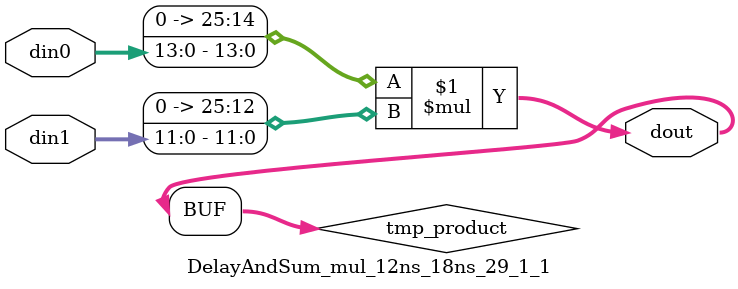
<source format=v>

`timescale 1 ns / 1 ps

 module DelayAndSum_mul_12ns_18ns_29_1_1(din0, din1, dout);
parameter ID = 1;
parameter NUM_STAGE = 0;
parameter din0_WIDTH = 14;
parameter din1_WIDTH = 12;
parameter dout_WIDTH = 26;

input [din0_WIDTH - 1 : 0] din0; 
input [din1_WIDTH - 1 : 0] din1; 
output [dout_WIDTH - 1 : 0] dout;

wire signed [dout_WIDTH - 1 : 0] tmp_product;
























assign tmp_product = $signed({1'b0, din0}) * $signed({1'b0, din1});











assign dout = tmp_product;





















endmodule

</source>
